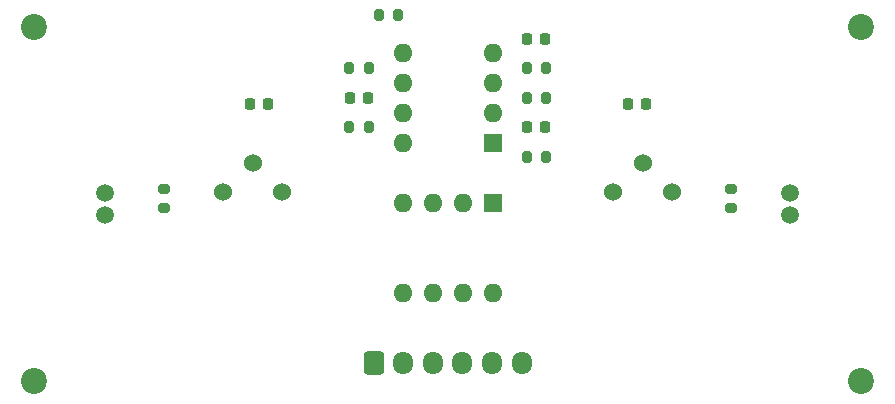
<source format=gts>
G04 #@! TF.GenerationSoftware,KiCad,Pcbnew,8.0.6-8.0.6-0~ubuntu24.04.1*
G04 #@! TF.CreationDate,2024-10-31T11:29:27+09:00*
G04 #@! TF.ProjectId,zatopos-ear-mic,7a61746f-706f-4732-9d65-61722d6d6963,rev?*
G04 #@! TF.SameCoordinates,Original*
G04 #@! TF.FileFunction,Soldermask,Top*
G04 #@! TF.FilePolarity,Negative*
%FSLAX46Y46*%
G04 Gerber Fmt 4.6, Leading zero omitted, Abs format (unit mm)*
G04 Created by KiCad (PCBNEW 8.0.6-8.0.6-0~ubuntu24.04.1) date 2024-10-31 11:29:27*
%MOMM*%
%LPD*%
G01*
G04 APERTURE LIST*
G04 Aperture macros list*
%AMRoundRect*
0 Rectangle with rounded corners*
0 $1 Rounding radius*
0 $2 $3 $4 $5 $6 $7 $8 $9 X,Y pos of 4 corners*
0 Add a 4 corners polygon primitive as box body*
4,1,4,$2,$3,$4,$5,$6,$7,$8,$9,$2,$3,0*
0 Add four circle primitives for the rounded corners*
1,1,$1+$1,$2,$3*
1,1,$1+$1,$4,$5*
1,1,$1+$1,$6,$7*
1,1,$1+$1,$8,$9*
0 Add four rect primitives between the rounded corners*
20,1,$1+$1,$2,$3,$4,$5,0*
20,1,$1+$1,$4,$5,$6,$7,0*
20,1,$1+$1,$6,$7,$8,$9,0*
20,1,$1+$1,$8,$9,$2,$3,0*%
G04 Aperture macros list end*
%ADD10RoundRect,0.200000X0.200000X0.275000X-0.200000X0.275000X-0.200000X-0.275000X0.200000X-0.275000X0*%
%ADD11RoundRect,0.200000X-0.200000X-0.275000X0.200000X-0.275000X0.200000X0.275000X-0.200000X0.275000X0*%
%ADD12RoundRect,0.200000X-0.275000X0.200000X-0.275000X-0.200000X0.275000X-0.200000X0.275000X0.200000X0*%
%ADD13RoundRect,0.250000X-0.600000X-0.725000X0.600000X-0.725000X0.600000X0.725000X-0.600000X0.725000X0*%
%ADD14O,1.700000X1.950000*%
%ADD15RoundRect,0.225000X-0.225000X-0.250000X0.225000X-0.250000X0.225000X0.250000X-0.225000X0.250000X0*%
%ADD16C,1.524000*%
%ADD17C,2.200000*%
%ADD18RoundRect,0.200000X0.275000X-0.200000X0.275000X0.200000X-0.275000X0.200000X-0.275000X-0.200000X0*%
%ADD19R,1.600000X1.600000*%
%ADD20O,1.600000X1.600000*%
%ADD21RoundRect,0.225000X0.225000X0.250000X-0.225000X0.250000X-0.225000X-0.250000X0.225000X-0.250000X0*%
%ADD22C,1.500000*%
G04 APERTURE END LIST*
D10*
X143325000Y-88500000D03*
X141675000Y-88500000D03*
D11*
X144175000Y-84000000D03*
X145825000Y-84000000D03*
D12*
X174000000Y-98675000D03*
X174000000Y-100325000D03*
D13*
X143750000Y-113475000D03*
D14*
X146250000Y-113475000D03*
X148750000Y-113475000D03*
X151250000Y-113475000D03*
X153750000Y-113475000D03*
X156250000Y-113475000D03*
D15*
X156725000Y-93500000D03*
X158275000Y-93500000D03*
D16*
X131000000Y-99000000D03*
X133500000Y-96500000D03*
X136000000Y-99000000D03*
D17*
X185000000Y-115000000D03*
D10*
X143325000Y-93500000D03*
X141675000Y-93500000D03*
D11*
X156675000Y-88500000D03*
X158325000Y-88500000D03*
D17*
X185000000Y-85000000D03*
D18*
X126000000Y-100325000D03*
X126000000Y-98675000D03*
D19*
X153800000Y-94800000D03*
D20*
X153800000Y-92260000D03*
X153800000Y-89720000D03*
X153800000Y-87180000D03*
X146180000Y-87180000D03*
X146180000Y-89720000D03*
X146180000Y-92260000D03*
X146180000Y-94800000D03*
D19*
X153800000Y-99880000D03*
D20*
X151260000Y-99880000D03*
X148720000Y-99880000D03*
X146180000Y-99880000D03*
X146180000Y-107500000D03*
X148720000Y-107500000D03*
X151260000Y-107500000D03*
X153800000Y-107500000D03*
D17*
X115000000Y-115000000D03*
D16*
X164000000Y-99000000D03*
X166500000Y-96500000D03*
X169000000Y-99000000D03*
D10*
X158325000Y-96000000D03*
X156675000Y-96000000D03*
X158325000Y-91000000D03*
X156675000Y-91000000D03*
D15*
X156725000Y-86000000D03*
X158275000Y-86000000D03*
X165225000Y-91500000D03*
X166775000Y-91500000D03*
D17*
X115000000Y-85000000D03*
D21*
X143275000Y-91000000D03*
X141725000Y-91000000D03*
X134775000Y-91500000D03*
X133225000Y-91500000D03*
D22*
X179000000Y-100950000D03*
X179000000Y-99050000D03*
X121000000Y-99050000D03*
X121000000Y-100950000D03*
M02*

</source>
